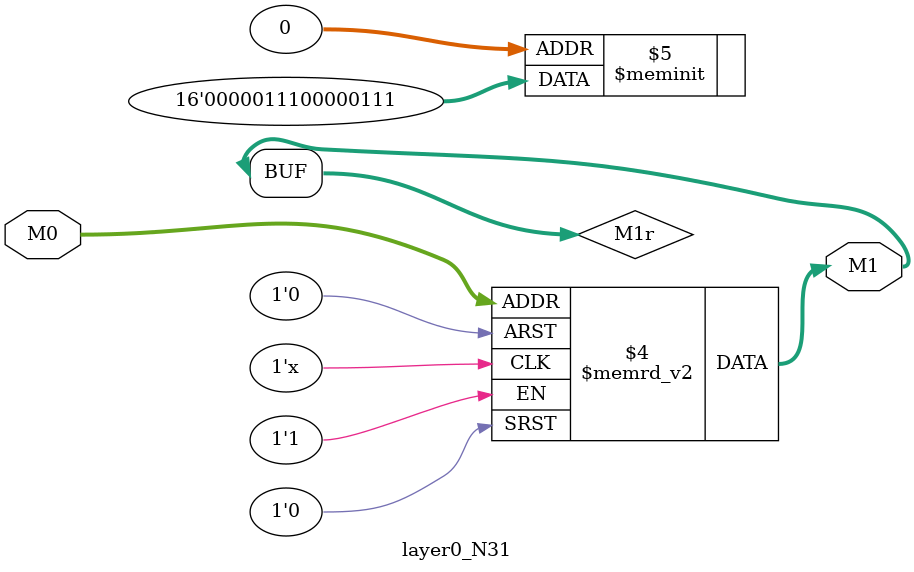
<source format=v>
module layer0_N31 ( input [2:0] M0, output [1:0] M1 );

	(*rom_style = "distributed" *) reg [1:0] M1r;
	assign M1 = M1r;
	always @ (M0) begin
		case (M0)
			3'b000: M1r = 2'b11;
			3'b100: M1r = 2'b11;
			3'b010: M1r = 2'b00;
			3'b110: M1r = 2'b00;
			3'b001: M1r = 2'b01;
			3'b101: M1r = 2'b01;
			3'b011: M1r = 2'b00;
			3'b111: M1r = 2'b00;

		endcase
	end
endmodule

</source>
